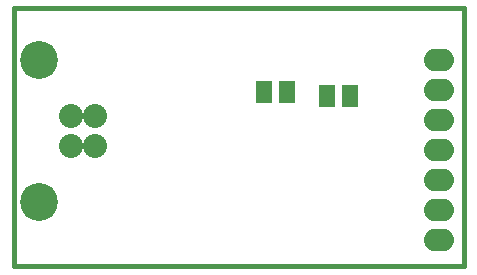
<source format=gbs>
G04 (created by PCBNEW-RS274X (2012-jan-04)-stable) date Fri 25 Jan 2013 16:17:33 CET*
G01*
G70*
G90*
%MOIN*%
G04 Gerber Fmt 3.4, Leading zero omitted, Abs format*
%FSLAX34Y34*%
G04 APERTURE LIST*
%ADD10C,0.006000*%
%ADD11C,0.015000*%
%ADD12C,0.080000*%
%ADD13C,0.126300*%
%ADD14R,0.055000X0.075000*%
%ADD15O,0.100000X0.075000*%
G04 APERTURE END LIST*
G54D10*
G54D11*
X53350Y-37475D02*
X53375Y-37475D01*
X53350Y-46050D02*
X53350Y-37475D01*
X68350Y-46050D02*
X53350Y-46050D01*
X68350Y-37450D02*
X68350Y-46050D01*
X53350Y-37450D02*
X68350Y-37450D01*
G54D12*
X56060Y-42040D03*
X56060Y-41040D03*
X55273Y-41040D03*
X55273Y-42040D03*
G54D13*
X54210Y-43902D03*
X54210Y-39178D03*
G54D14*
X62460Y-40250D03*
X61710Y-40250D03*
X63810Y-40385D03*
X64560Y-40385D03*
G54D15*
X67525Y-40165D03*
X67525Y-41165D03*
X67525Y-42165D03*
X67525Y-43165D03*
X67525Y-44165D03*
X67525Y-39165D03*
X67525Y-45165D03*
M02*

</source>
